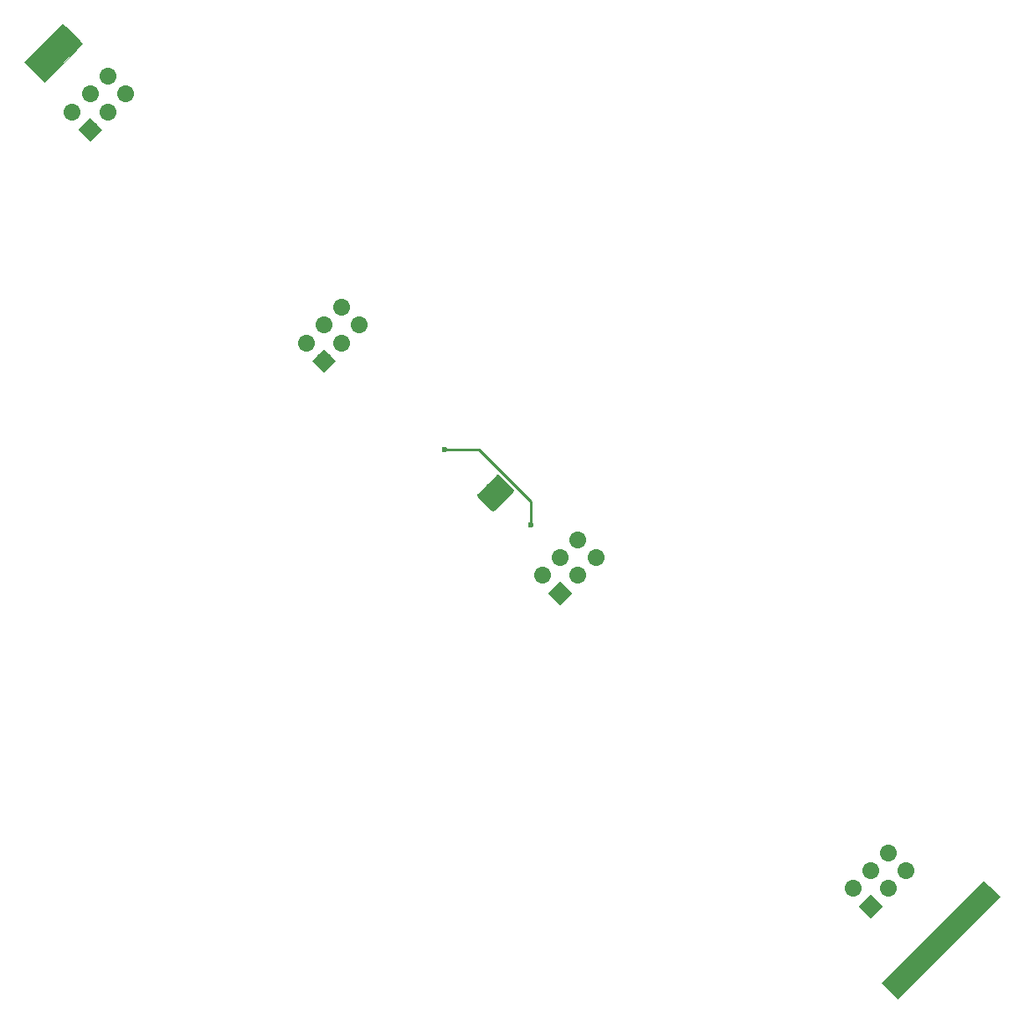
<source format=gbr>
G04 #@! TF.GenerationSoftware,KiCad,Pcbnew,5.1.2*
G04 #@! TF.CreationDate,2019-06-28T17:21:03-05:00*
G04 #@! TF.ProjectId,BatteryTotem,42617474-6572-4795-946f-74656d2e6b69,rev?*
G04 #@! TF.SameCoordinates,Original*
G04 #@! TF.FileFunction,Copper,L1,Top*
G04 #@! TF.FilePolarity,Positive*
%FSLAX46Y46*%
G04 Gerber Fmt 4.6, Leading zero omitted, Abs format (unit mm)*
G04 Created by KiCad (PCBNEW 5.1.2) date 2019-06-28 17:21:03*
%MOMM*%
%LPD*%
G04 APERTURE LIST*
%ADD10C,0.010000*%
%ADD11C,1.700000*%
%ADD12C,1.700000*%
%ADD13C,0.100000*%
%ADD14C,0.500000*%
%ADD15C,2.410000*%
%ADD16C,0.600000*%
%ADD17C,0.250000*%
G04 APERTURE END LIST*
D10*
G36*
X185476924Y-120737373D02*
G01*
X180322631Y-125891535D01*
X175168339Y-131045698D01*
X173602951Y-129478592D01*
X183910547Y-119170996D01*
X185476924Y-120737373D01*
X185476924Y-120737373D01*
G37*
X185476924Y-120737373D02*
X180322631Y-125891535D01*
X175168339Y-131045698D01*
X173602951Y-129478592D01*
X183910547Y-119170996D01*
X185476924Y-120737373D01*
G36*
X91740363Y-33477753D02*
G01*
X92745664Y-34483053D01*
X90819388Y-36409330D01*
X88893111Y-38335606D01*
X87887964Y-37329804D01*
X86882816Y-36324001D01*
X88808939Y-34398227D01*
X90735063Y-32472452D01*
X91740363Y-33477753D01*
X91740363Y-33477753D01*
G37*
X91740363Y-33477753D02*
X92745664Y-34483053D01*
X90819388Y-36409330D01*
X88893111Y-38335606D01*
X87887964Y-37329804D01*
X86882816Y-36324001D01*
X88808939Y-34398227D01*
X90735063Y-32472452D01*
X91740363Y-33477753D01*
D11*
X174246051Y-116328948D03*
D12*
X174246051Y-116328948D02*
X174246051Y-116328948D01*
D11*
X176042102Y-118125000D03*
D12*
X176042102Y-118125000D02*
X176042102Y-118125000D01*
D11*
X172450000Y-118125000D03*
D12*
X172450000Y-118125000D02*
X172450000Y-118125000D01*
D11*
X174246051Y-119921051D03*
D12*
X174246051Y-119921051D02*
X174246051Y-119921051D01*
D11*
X170653949Y-119921051D03*
D12*
X170653949Y-119921051D02*
X170653949Y-119921051D01*
D11*
X172450000Y-121717102D03*
D13*
G36*
X173652082Y-121717102D02*
G01*
X172450000Y-122919184D01*
X171247918Y-121717102D01*
X172450000Y-120515020D01*
X173652082Y-121717102D01*
X173652082Y-121717102D01*
G37*
D11*
X141075000Y-90042102D03*
D13*
G36*
X142277082Y-90042102D02*
G01*
X141075000Y-91244184D01*
X139872918Y-90042102D01*
X141075000Y-88840020D01*
X142277082Y-90042102D01*
X142277082Y-90042102D01*
G37*
D11*
X139278949Y-88246051D03*
D12*
X139278949Y-88246051D02*
X139278949Y-88246051D01*
D11*
X142871051Y-88246051D03*
D12*
X142871051Y-88246051D02*
X142871051Y-88246051D01*
D11*
X141075000Y-86450000D03*
D12*
X141075000Y-86450000D02*
X141075000Y-86450000D01*
D11*
X144667102Y-86450000D03*
D12*
X144667102Y-86450000D02*
X144667102Y-86450000D01*
D11*
X142871051Y-84653948D03*
D12*
X142871051Y-84653948D02*
X142871051Y-84653948D01*
D11*
X117175000Y-66525000D03*
D13*
G36*
X118377082Y-66525000D02*
G01*
X117175000Y-67727082D01*
X115972918Y-66525000D01*
X117175000Y-65322918D01*
X118377082Y-66525000D01*
X118377082Y-66525000D01*
G37*
D11*
X115378949Y-64728949D03*
D12*
X115378949Y-64728949D02*
X115378949Y-64728949D01*
D11*
X118971051Y-64728949D03*
D12*
X118971051Y-64728949D02*
X118971051Y-64728949D01*
D11*
X117175000Y-62932898D03*
D12*
X117175000Y-62932898D02*
X117175000Y-62932898D01*
D11*
X120767102Y-62932898D03*
D12*
X120767102Y-62932898D02*
X120767102Y-62932898D01*
D11*
X118971051Y-61136846D03*
D12*
X118971051Y-61136846D02*
X118971051Y-61136846D01*
D11*
X95321051Y-37778948D03*
D12*
X95321051Y-37778948D02*
X95321051Y-37778948D01*
D11*
X97117102Y-39575000D03*
D12*
X97117102Y-39575000D02*
X97117102Y-39575000D01*
D11*
X93525000Y-39575000D03*
D12*
X93525000Y-39575000D02*
X93525000Y-39575000D01*
D11*
X95321051Y-41371051D03*
D12*
X95321051Y-41371051D02*
X95321051Y-41371051D01*
D11*
X91728949Y-41371051D03*
D12*
X91728949Y-41371051D02*
X91728949Y-41371051D01*
D11*
X93525000Y-43167102D03*
D13*
G36*
X94727082Y-43167102D02*
G01*
X93525000Y-44369184D01*
X92322918Y-43167102D01*
X93525000Y-41965020D01*
X94727082Y-43167102D01*
X94727082Y-43167102D01*
G37*
D14*
X132930474Y-80143952D03*
X134281048Y-81494526D03*
X133849713Y-79224713D03*
X135200287Y-80575287D03*
X134768952Y-78305474D03*
X136119526Y-79656048D03*
D13*
G36*
X134793456Y-78056677D02*
G01*
X134817724Y-78060277D01*
X134841523Y-78066238D01*
X134864622Y-78074503D01*
X134886800Y-78084992D01*
X134907843Y-78097605D01*
X134927549Y-78112220D01*
X134945727Y-78128696D01*
X136296304Y-79479273D01*
X136312780Y-79497451D01*
X136327395Y-79517157D01*
X136340008Y-79538200D01*
X136350497Y-79560378D01*
X136358762Y-79583477D01*
X136364723Y-79607276D01*
X136368323Y-79631544D01*
X136369527Y-79656048D01*
X136368323Y-79680552D01*
X136364723Y-79704820D01*
X136358762Y-79728619D01*
X136350497Y-79751718D01*
X136340008Y-79773896D01*
X136327395Y-79794939D01*
X136312780Y-79814645D01*
X136296304Y-79832823D01*
X134457823Y-81671304D01*
X134439645Y-81687780D01*
X134419939Y-81702395D01*
X134398896Y-81715008D01*
X134376718Y-81725497D01*
X134353619Y-81733762D01*
X134329820Y-81739723D01*
X134305552Y-81743323D01*
X134281048Y-81744527D01*
X134256544Y-81743323D01*
X134232276Y-81739723D01*
X134208477Y-81733762D01*
X134185378Y-81725497D01*
X134163200Y-81715008D01*
X134142157Y-81702395D01*
X134122451Y-81687780D01*
X134104273Y-81671304D01*
X132753696Y-80320727D01*
X132737220Y-80302549D01*
X132722605Y-80282843D01*
X132709992Y-80261800D01*
X132699503Y-80239622D01*
X132691238Y-80216523D01*
X132685277Y-80192724D01*
X132681677Y-80168456D01*
X132680473Y-80143952D01*
X132681677Y-80119448D01*
X132685277Y-80095180D01*
X132691238Y-80071381D01*
X132699503Y-80048282D01*
X132709992Y-80026104D01*
X132722605Y-80005061D01*
X132737220Y-79985355D01*
X132753696Y-79967177D01*
X134592177Y-78128696D01*
X134610355Y-78112220D01*
X134630061Y-78097605D01*
X134651104Y-78084992D01*
X134673282Y-78074503D01*
X134696381Y-78066238D01*
X134720180Y-78060277D01*
X134744448Y-78056677D01*
X134768952Y-78055473D01*
X134793456Y-78056677D01*
X134793456Y-78056677D01*
G37*
D15*
X134525000Y-79900000D03*
D16*
X138075000Y-83100000D03*
X129375000Y-75550000D03*
D17*
X132826666Y-75550000D02*
X129375000Y-75550000D01*
X138075000Y-83100000D02*
X138075000Y-80798334D01*
X138075000Y-80798334D02*
X132826666Y-75550000D01*
M02*

</source>
